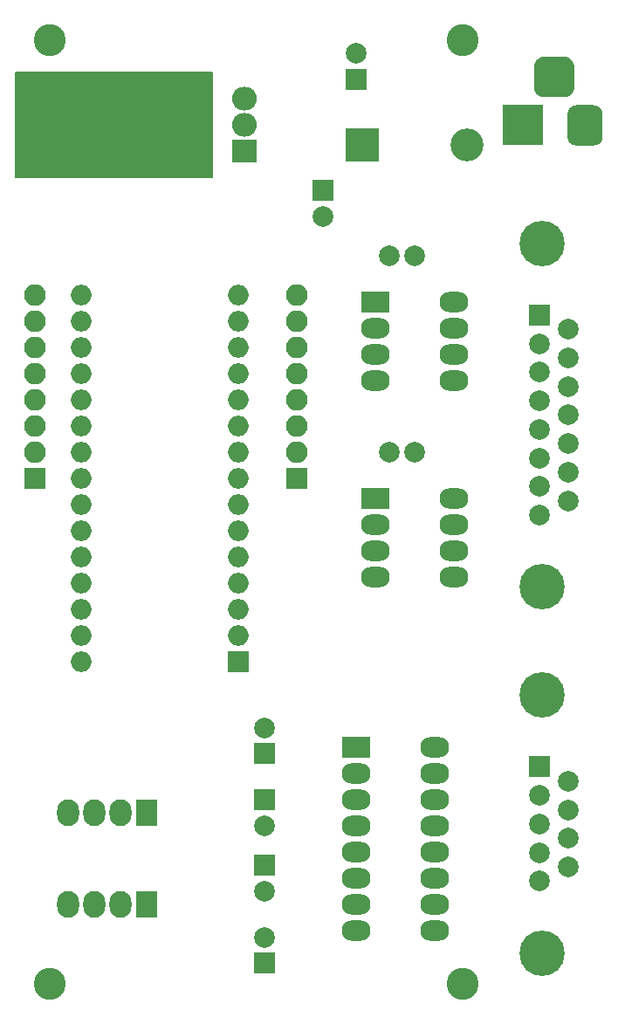
<source format=gbr>
G04 #@! TF.GenerationSoftware,KiCad,Pcbnew,(5.0.0)*
G04 #@! TF.CreationDate,2018-10-30T20:30:18+00:00*
G04 #@! TF.ProjectId,Nano SSI interface,4E616E6F2053534920696E7465726661,rev?*
G04 #@! TF.SameCoordinates,Original*
G04 #@! TF.FileFunction,Soldermask,Top*
G04 #@! TF.FilePolarity,Negative*
%FSLAX46Y46*%
G04 Gerber Fmt 4.6, Leading zero omitted, Abs format (unit mm)*
G04 Created by KiCad (PCBNEW (5.0.0)) date 10/30/18 20:30:18*
%MOMM*%
%LPD*%
G01*
G04 APERTURE LIST*
%ADD10C,0.150000*%
%ADD11C,3.100000*%
%ADD12R,3.200000X3.200000*%
%ADD13O,3.200000X3.200000*%
%ADD14C,2.000000*%
%ADD15R,2.000000X2.000000*%
%ADD16R,3.900000X3.900000*%
%ADD17C,0.100000*%
%ADD18C,3.400000*%
%ADD19C,3.900000*%
%ADD20C,4.400000*%
%ADD21R,2.140000X2.600000*%
%ADD22O,2.140000X2.600000*%
%ADD23O,2.000000X2.000000*%
%ADD24O,2.800000X2.000000*%
%ADD25R,2.800000X2.000000*%
%ADD26O,3.900000X3.900000*%
%ADD27R,2.400000X2.305000*%
%ADD28O,2.400000X2.305000*%
%ADD29O,2.100000X2.100000*%
%ADD30R,2.100000X2.100000*%
G04 APERTURE END LIST*
D10*
G36*
X160655000Y-26670000D02*
X160655000Y-36830000D01*
X179705000Y-36830000D01*
X179705000Y-26670000D01*
X160655000Y-26670000D01*
G37*
X160655000Y-26670000D02*
X160655000Y-36830000D01*
X179705000Y-36830000D01*
X179705000Y-26670000D01*
X160655000Y-26670000D01*
D11*
G04 #@! TO.C,REF\002A\002A*
X204000000Y-115000000D03*
G04 #@! TD*
G04 #@! TO.C,REF\002A\002A*
X204000000Y-23495000D03*
G04 #@! TD*
G04 #@! TO.C,REF\002A\002A*
X164000000Y-115000000D03*
G04 #@! TD*
G04 #@! TO.C,REF\002A\002A*
X164000000Y-23495000D03*
G04 #@! TD*
D12*
G04 #@! TO.C,D1*
X194310000Y-33655000D03*
D13*
X204470000Y-33655000D03*
G04 #@! TD*
D14*
G04 #@! TO.C,C1*
X190500000Y-40600000D03*
D15*
X190500000Y-38100000D03*
G04 #@! TD*
G04 #@! TO.C,C2*
X193675000Y-27265000D03*
D14*
X193675000Y-24765000D03*
G04 #@! TD*
D15*
G04 #@! TO.C,C3*
X184785000Y-97155000D03*
D14*
X184785000Y-99655000D03*
G04 #@! TD*
G04 #@! TO.C,C4*
X184785000Y-106005000D03*
D15*
X184785000Y-103505000D03*
G04 #@! TD*
D14*
G04 #@! TO.C,C5*
X184785000Y-90210000D03*
D15*
X184785000Y-92710000D03*
G04 #@! TD*
G04 #@! TO.C,C6*
X184785000Y-113030000D03*
D14*
X184785000Y-110530000D03*
G04 #@! TD*
G04 #@! TO.C,C7*
X199390000Y-44450000D03*
X196890000Y-44450000D03*
G04 #@! TD*
G04 #@! TO.C,C8*
X196890000Y-63500000D03*
X199390000Y-63500000D03*
G04 #@! TD*
D16*
G04 #@! TO.C,J1*
X209900000Y-31750000D03*
D17*
G36*
X216833315Y-29804093D02*
X216915827Y-29816333D01*
X216996742Y-29836601D01*
X217075281Y-29864702D01*
X217150687Y-29900367D01*
X217222235Y-29943251D01*
X217289234Y-29992941D01*
X217351041Y-30048959D01*
X217407059Y-30110766D01*
X217456749Y-30177765D01*
X217499633Y-30249313D01*
X217535298Y-30324719D01*
X217563399Y-30403258D01*
X217583667Y-30484173D01*
X217595907Y-30566685D01*
X217600000Y-30650000D01*
X217600000Y-32850000D01*
X217595907Y-32933315D01*
X217583667Y-33015827D01*
X217563399Y-33096742D01*
X217535298Y-33175281D01*
X217499633Y-33250687D01*
X217456749Y-33322235D01*
X217407059Y-33389234D01*
X217351041Y-33451041D01*
X217289234Y-33507059D01*
X217222235Y-33556749D01*
X217150687Y-33599633D01*
X217075281Y-33635298D01*
X216996742Y-33663399D01*
X216915827Y-33683667D01*
X216833315Y-33695907D01*
X216750000Y-33700000D01*
X215050000Y-33700000D01*
X214966685Y-33695907D01*
X214884173Y-33683667D01*
X214803258Y-33663399D01*
X214724719Y-33635298D01*
X214649313Y-33599633D01*
X214577765Y-33556749D01*
X214510766Y-33507059D01*
X214448959Y-33451041D01*
X214392941Y-33389234D01*
X214343251Y-33322235D01*
X214300367Y-33250687D01*
X214264702Y-33175281D01*
X214236601Y-33096742D01*
X214216333Y-33015827D01*
X214204093Y-32933315D01*
X214200000Y-32850000D01*
X214200000Y-30650000D01*
X214204093Y-30566685D01*
X214216333Y-30484173D01*
X214236601Y-30403258D01*
X214264702Y-30324719D01*
X214300367Y-30249313D01*
X214343251Y-30177765D01*
X214392941Y-30110766D01*
X214448959Y-30048959D01*
X214510766Y-29992941D01*
X214577765Y-29943251D01*
X214649313Y-29900367D01*
X214724719Y-29864702D01*
X214803258Y-29836601D01*
X214884173Y-29816333D01*
X214966685Y-29804093D01*
X215050000Y-29800000D01*
X216750000Y-29800000D01*
X216833315Y-29804093D01*
X216833315Y-29804093D01*
G37*
D18*
X215900000Y-31750000D03*
D17*
G36*
X213970567Y-25104695D02*
X214065213Y-25118734D01*
X214158028Y-25141983D01*
X214248116Y-25174217D01*
X214334612Y-25215127D01*
X214416681Y-25264317D01*
X214493533Y-25321315D01*
X214564429Y-25385571D01*
X214628685Y-25456467D01*
X214685683Y-25533319D01*
X214734873Y-25615388D01*
X214775783Y-25701884D01*
X214808017Y-25791972D01*
X214831266Y-25884787D01*
X214845305Y-25979433D01*
X214850000Y-26075000D01*
X214850000Y-28025000D01*
X214845305Y-28120567D01*
X214831266Y-28215213D01*
X214808017Y-28308028D01*
X214775783Y-28398116D01*
X214734873Y-28484612D01*
X214685683Y-28566681D01*
X214628685Y-28643533D01*
X214564429Y-28714429D01*
X214493533Y-28778685D01*
X214416681Y-28835683D01*
X214334612Y-28884873D01*
X214248116Y-28925783D01*
X214158028Y-28958017D01*
X214065213Y-28981266D01*
X213970567Y-28995305D01*
X213875000Y-29000000D01*
X211925000Y-29000000D01*
X211829433Y-28995305D01*
X211734787Y-28981266D01*
X211641972Y-28958017D01*
X211551884Y-28925783D01*
X211465388Y-28884873D01*
X211383319Y-28835683D01*
X211306467Y-28778685D01*
X211235571Y-28714429D01*
X211171315Y-28643533D01*
X211114317Y-28566681D01*
X211065127Y-28484612D01*
X211024217Y-28398116D01*
X210991983Y-28308028D01*
X210968734Y-28215213D01*
X210954695Y-28120567D01*
X210950000Y-28025000D01*
X210950000Y-26075000D01*
X210954695Y-25979433D01*
X210968734Y-25884787D01*
X210991983Y-25791972D01*
X211024217Y-25701884D01*
X211065127Y-25615388D01*
X211114317Y-25533319D01*
X211171315Y-25456467D01*
X211235571Y-25385571D01*
X211306467Y-25321315D01*
X211383319Y-25264317D01*
X211465388Y-25215127D01*
X211551884Y-25174217D01*
X211641972Y-25141983D01*
X211734787Y-25118734D01*
X211829433Y-25104695D01*
X211925000Y-25100000D01*
X213875000Y-25100000D01*
X213970567Y-25104695D01*
X213970567Y-25104695D01*
G37*
D19*
X212900000Y-27050000D03*
G04 #@! TD*
D15*
G04 #@! TO.C,J2*
X211455000Y-93980000D03*
D14*
X211455000Y-96750000D03*
X211455000Y-99520000D03*
X211455000Y-102290000D03*
X211455000Y-105060000D03*
X214295000Y-95365000D03*
X214295000Y-98135000D03*
X214295000Y-100905000D03*
X214295000Y-103675000D03*
D20*
X211755000Y-112020000D03*
X211755000Y-87020000D03*
G04 #@! TD*
D21*
G04 #@! TO.C,J5*
X173355000Y-98425000D03*
D22*
X170815000Y-98425000D03*
X168275000Y-98425000D03*
X165735000Y-98425000D03*
G04 #@! TD*
D15*
G04 #@! TO.C,U1*
X182245000Y-83820000D03*
D23*
X167005000Y-50800000D03*
X182245000Y-81280000D03*
X167005000Y-53340000D03*
X182245000Y-78740000D03*
X167005000Y-55880000D03*
X182245000Y-76200000D03*
X167005000Y-58420000D03*
X182245000Y-73660000D03*
X167005000Y-60960000D03*
X182245000Y-71120000D03*
X167005000Y-63500000D03*
X182245000Y-68580000D03*
X167005000Y-66040000D03*
X182245000Y-66040000D03*
X167005000Y-68580000D03*
X182245000Y-63500000D03*
X167005000Y-71120000D03*
X182245000Y-60960000D03*
X167005000Y-73660000D03*
X182245000Y-58420000D03*
X167005000Y-76200000D03*
X182245000Y-55880000D03*
X167005000Y-78740000D03*
X182245000Y-53340000D03*
X167005000Y-81280000D03*
X182245000Y-50800000D03*
X167005000Y-83820000D03*
X182245000Y-48260000D03*
X167005000Y-48260000D03*
G04 #@! TD*
D24*
G04 #@! TO.C,U3*
X203200000Y-48895000D03*
X195580000Y-56515000D03*
X203200000Y-51435000D03*
X195580000Y-53975000D03*
X203200000Y-53975000D03*
X195580000Y-51435000D03*
X203200000Y-56515000D03*
D25*
X195580000Y-48895000D03*
G04 #@! TD*
G04 #@! TO.C,U4*
X195580000Y-67945000D03*
D24*
X203200000Y-75565000D03*
X195580000Y-70485000D03*
X203200000Y-73025000D03*
X195580000Y-73025000D03*
X203200000Y-70485000D03*
X195580000Y-75565000D03*
X203200000Y-67945000D03*
G04 #@! TD*
D25*
G04 #@! TO.C,U5*
X193675000Y-92075000D03*
D24*
X201295000Y-109855000D03*
X193675000Y-94615000D03*
X201295000Y-107315000D03*
X193675000Y-97155000D03*
X201295000Y-104775000D03*
X193675000Y-99695000D03*
X201295000Y-102235000D03*
X193675000Y-102235000D03*
X201295000Y-99695000D03*
X193675000Y-104775000D03*
X201295000Y-97155000D03*
X193675000Y-107315000D03*
X201295000Y-94615000D03*
X193675000Y-109855000D03*
X201295000Y-92075000D03*
G04 #@! TD*
D15*
G04 #@! TO.C,J3*
X211455000Y-50165000D03*
D14*
X211455000Y-52935000D03*
X211455000Y-55705000D03*
X211455000Y-58475000D03*
X211455000Y-61245000D03*
X211455000Y-64015000D03*
X211455000Y-66785000D03*
X211455000Y-69555000D03*
X214295000Y-51550000D03*
X214295000Y-54320000D03*
X214295000Y-57090000D03*
X214295000Y-59860000D03*
X214295000Y-62630000D03*
X214295000Y-65400000D03*
X214295000Y-68170000D03*
D20*
X211755000Y-76510000D03*
X211755000Y-43210000D03*
G04 #@! TD*
D21*
G04 #@! TO.C,J4*
X173355000Y-107315000D03*
D22*
X170815000Y-107315000D03*
X168275000Y-107315000D03*
X165735000Y-107315000D03*
G04 #@! TD*
D26*
G04 #@! TO.C,U2*
X166220000Y-31750000D03*
D27*
X182880000Y-34290000D03*
D28*
X182880000Y-31750000D03*
X182880000Y-29210000D03*
G04 #@! TD*
D29*
G04 #@! TO.C,J6*
X187960000Y-48260000D03*
X187960000Y-50800000D03*
X187960000Y-53340000D03*
X187960000Y-55880000D03*
X187960000Y-58420000D03*
X187960000Y-60960000D03*
X187960000Y-63500000D03*
D30*
X187960000Y-66040000D03*
G04 #@! TD*
G04 #@! TO.C,J7*
X162560000Y-66040000D03*
D29*
X162560000Y-63500000D03*
X162560000Y-60960000D03*
X162560000Y-58420000D03*
X162560000Y-55880000D03*
X162560000Y-53340000D03*
X162560000Y-50800000D03*
X162560000Y-48260000D03*
G04 #@! TD*
M02*

</source>
